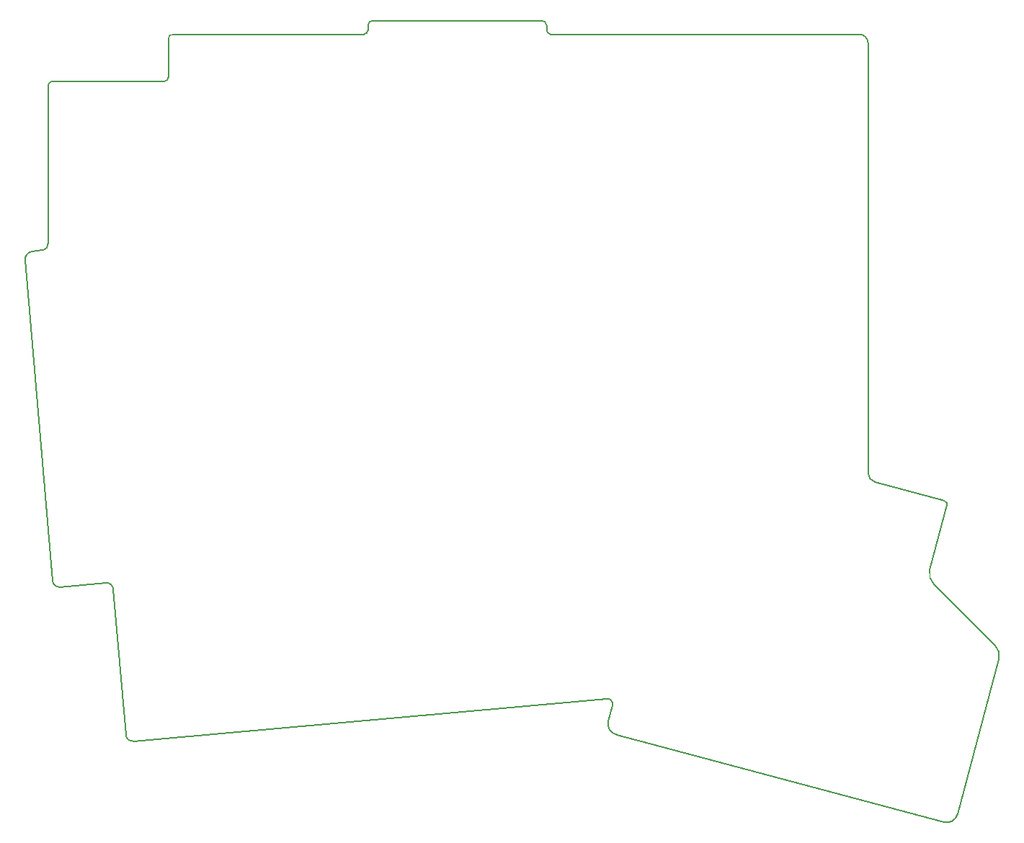
<source format=gm1>
G04 #@! TF.GenerationSoftware,KiCad,Pcbnew,7.0.5-0*
G04 #@! TF.CreationDate,2023-06-11T17:15:19+08:00*
G04 #@! TF.ProjectId,AWKB,41574b42-2e6b-4696-9361-645f70636258,rev?*
G04 #@! TF.SameCoordinates,Original*
G04 #@! TF.FileFunction,Profile,NP*
%FSLAX46Y46*%
G04 Gerber Fmt 4.6, Leading zero omitted, Abs format (unit mm)*
G04 Created by KiCad (PCBNEW 7.0.5-0) date 2023-06-11 17:15:19*
%MOMM*%
%LPD*%
G01*
G04 APERTURE LIST*
G04 #@! TA.AperFunction,Profile*
%ADD10C,0.150000*%
G04 #@! TD*
G04 APERTURE END LIST*
D10*
X97409000Y-83972400D02*
X96115716Y-84115307D01*
X98578327Y-122794187D02*
G75*
G03*
X99448512Y-123533960I770438J24576D01*
G01*
X107183280Y-140903294D02*
G75*
G03*
X108023581Y-141645681I778920J34894D01*
G01*
X105693365Y-123803511D02*
G75*
G03*
X104823181Y-123063739I-770438J-24577D01*
G01*
X108023581Y-141645682D02*
X163641992Y-136646937D01*
X95328316Y-85156707D02*
X98578325Y-122794187D01*
X99448512Y-123533961D02*
X104823181Y-123063738D01*
X105693368Y-123803511D02*
X107183280Y-140903294D01*
X156612936Y-57535634D02*
X156612936Y-58124786D01*
X156020528Y-56976834D02*
X136204700Y-56976834D01*
X156612870Y-58124789D02*
G75*
G03*
X157082000Y-58577599I471230J18789D01*
G01*
X135612292Y-58124786D02*
X135612292Y-57535634D01*
X156612958Y-57535634D02*
G75*
G03*
X156020528Y-56976835I-570758J-11666D01*
G01*
X136204698Y-56976891D02*
G75*
G03*
X135612292Y-57535634I-21798J-570309D01*
G01*
X135143228Y-58577561D02*
G75*
G03*
X135612292Y-58124786I-2128J471561D01*
G01*
X157082000Y-58577600D02*
X193266273Y-58577600D01*
X112678181Y-58580400D02*
G75*
G03*
X112170181Y-59113800I-12474J-496724D01*
G01*
X111712981Y-64109599D02*
G75*
G03*
X112170180Y-63576200I-39648J496626D01*
G01*
X111712981Y-64109600D02*
X98564200Y-64109600D01*
X98564200Y-64109601D02*
G75*
G03*
X98034333Y-64643000I-9818J-520125D01*
G01*
X112170181Y-59113800D02*
X112170181Y-63576200D01*
X203265986Y-151180800D02*
X164883600Y-140895386D01*
X164327791Y-137434337D02*
G75*
G03*
X163641992Y-136646938I-600450J169382D01*
G01*
X164327792Y-137434337D02*
X163834252Y-139269786D01*
X163834251Y-139269786D02*
G75*
G03*
X164883600Y-140895386I1304635J-309324D01*
G01*
X201645734Y-121533166D02*
X203657189Y-113948786D01*
X202102934Y-123209566D02*
X209311186Y-130403600D01*
X96115707Y-84115253D02*
G75*
G03*
X95328317Y-85156707I162125J-940954D01*
G01*
X201645749Y-121533170D02*
G75*
G03*
X202102934Y-123209566I1686751J-440530D01*
G01*
X112678181Y-58580400D02*
X135143228Y-58577600D01*
X203657121Y-113948762D02*
G75*
G03*
X203377789Y-113440786I-368121J128362D01*
G01*
X204891586Y-150241000D02*
X209768386Y-132054600D01*
X203377789Y-113440786D02*
X195203869Y-111205422D01*
X203265995Y-151180762D02*
G75*
G03*
X204891586Y-150241000I315405J1330262D01*
G01*
X194393540Y-59682296D02*
G75*
G03*
X193266273Y-58577601I-1084640J20696D01*
G01*
X194386128Y-110113221D02*
G75*
G03*
X195203869Y-111205422I1109972J-21179D01*
G01*
X98034333Y-64643000D02*
X98034333Y-83159600D01*
X209768385Y-132054600D02*
G75*
G03*
X209311185Y-130403601I-1607685J443600D01*
G01*
X97409000Y-83972399D02*
G75*
G03*
X98034332Y-83159600I-173234J780230D01*
G01*
X194386200Y-110113222D02*
X194393540Y-59682296D01*
M02*

</source>
